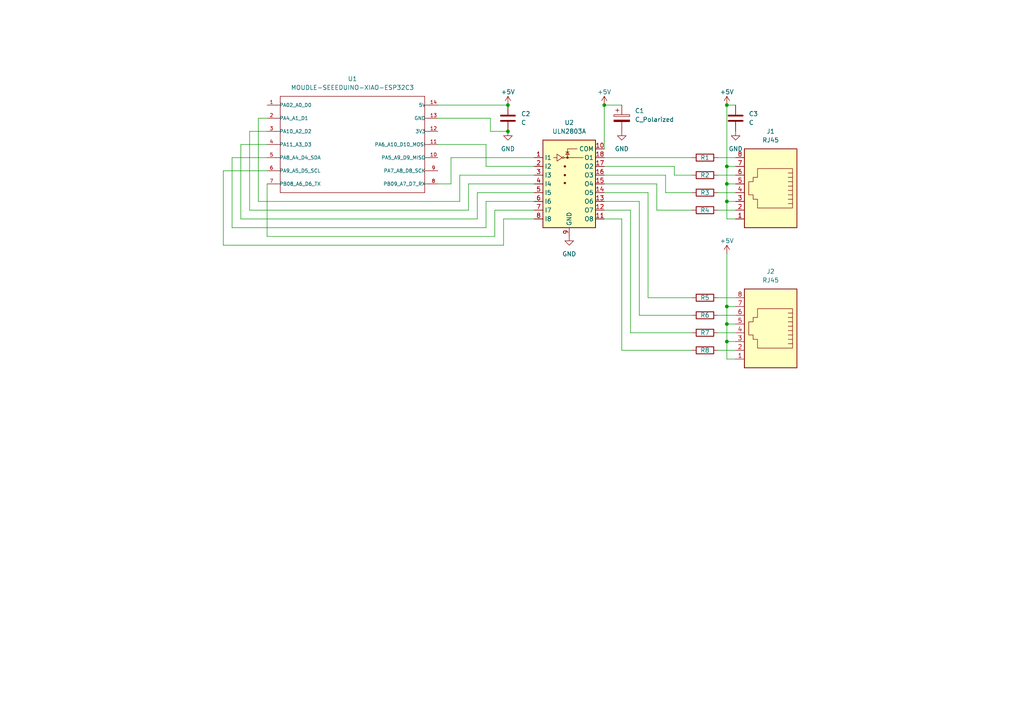
<source format=kicad_sch>
(kicad_sch (version 20230121) (generator eeschema)
  (paper "A4")
  (title_block (title "Vibration glove") (date "2024-02-19") (rev "0.1") (company "NaveenKumar Venkataraj"))
  (lib_symbols
    (symbol "Connector:RJ45" (pin_names (offset 1.016))
      (property "Reference" "J" (at -5.08 13.97 0))
      (property "Value" "RJ45" (at 2.54 13.97 0))
      (symbol "RJ45_0_1"
        (polyline (pts (xy -5.08 4.445) (xy -6.35 4.445)))
        (polyline (pts (xy -5.08 5.715) (xy -6.35 5.715)))
        (polyline (pts (xy -6.35 -3.175) (xy -5.08 -3.175) (xy -5.08 -3.175)))
        (polyline (pts (xy -6.35 -1.905) (xy -5.08 -1.905) (xy -5.08 -1.905)))
        (polyline (pts (xy -6.35 -0.635) (xy -5.08 -0.635) (xy -5.08 -0.635)))
        (polyline (pts (xy -6.35 0.635) (xy -5.08 0.635) (xy -5.08 0.635)))
        (polyline (pts (xy -6.35 1.905) (xy -5.08 1.905) (xy -5.08 1.905)))
        (polyline (pts (xy -5.08 3.175) (xy -6.35 3.175) (xy -6.35 3.175)))
        (polyline (pts (xy -6.35 -4.445) (xy -6.35 6.985) (xy 3.81 6.985) (xy 3.81 4.445) (xy 5.08 4.445) (xy 5.08 3.175) (xy 6.35 3.175) (xy 6.35 -0.635) (xy 5.08 -0.635) (xy 5.08 -1.905) (xy 3.81 -1.905) (xy 3.81 -4.445) (xy -6.35 -4.445) (xy -6.35 -4.445)))
        (rectangle (start 7.62 12.7) (end -7.62 -10.16) (stroke (width 0.254)) (fill (type background)))
      )
      (symbol "RJ45_1_1"
        (pin passive line (at 10.16 -7.62 180) (length 2.54) (name "~") (number "1"))
        (pin passive line (at 10.16 -5.08 180) (length 2.54) (name "~") (number "2"))
        (pin passive line (at 10.16 -2.54 180) (length 2.54) (name "~") (number "3"))
        (pin passive line (at 10.16 0 180) (length 2.54) (name "~") (number "4"))
        (pin passive line (at 10.16 2.54 180) (length 2.54) (name "~") (number "5"))
        (pin passive line (at 10.16 5.08 180) (length 2.54) (name "~") (number "6"))
        (pin passive line (at 10.16 7.62 180) (length 2.54) (name "~") (number "7"))
        (pin passive line (at 10.16 10.16 180) (length 2.54) (name "~") (number "8"))
      )
    )
    (symbol "Device:C" (pin_numbers hide) (pin_names (offset 0.254))
      (property "Reference" "C" (at 0.635 2.54 0))
      (property "Value" "C" (at 0.635 -2.54 0))
      (symbol "C_0_1"
        (polyline (pts (xy -2.032 -0.762) (xy 2.032 -0.762)) (stroke (width 0.508)))
        (polyline (pts (xy -2.032 0.762) (xy 2.032 0.762)) (stroke (width 0.508)))
      )
      (symbol "C_1_1"
        (pin passive line (at 0 3.81 270) (length 2.794) (name "~") (number "1"))
        (pin passive line (at 0 -3.81 90) (length 2.794) (name "~") (number "2"))
      )
    )
    (symbol "Device:C_Polarized" (pin_numbers hide) (pin_names (offset 0.254))
      (property "Reference" "C" (at 0.635 2.54 0))
      (property "Value" "C_Polarized" (at 0.635 -2.54 0))
      (symbol "C_Polarized_0_1"
        (rectangle (start -2.286 0.508) (end 2.286 1.016))
        (polyline (pts (xy -1.778 2.286) (xy -0.762 2.286)))
        (polyline (pts (xy -1.27 2.794) (xy -1.27 1.778)))
        (rectangle (start 2.286 -0.508) (end -2.286 -1.016) (fill (type outline)))
      )
      (symbol "C_Polarized_1_1"
        (pin passive line (at 0 3.81 270) (length 2.794) (name "~") (number "1"))
        (pin passive line (at 0 -3.81 90) (length 2.794) (name "~") (number "2"))
      )
    )
    (symbol "Device:R" (pin_numbers hide) (pin_names (offset 0))
      (property "Reference" "R" (at 2.032 0 90))
      (property "Value" "R" (at 0 0 90))
      (symbol "R_0_1"
        (rectangle (start -1.016 -2.54) (end 1.016 2.54) (stroke (width 0.254)))
      )
      (symbol "R_1_1"
        (pin passive line (at 0 3.81 270) (length 1.27) (name "~") (number "1"))
        (pin passive line (at 0 -3.81 90) (length 1.27) (name "~") (number "2"))
      )
    )
    (symbol "Transistor_Array:ULN2803A"
      (property "Reference" "U" (at 0 13.335 0))
      (property "Value" "ULN2803A" (at 0 11.43 0))
      (symbol "ULN2803A_0_1"
        (rectangle (start -7.62 -15.24) (end 7.62 10.16) (stroke (width 0.254)) (fill (type background)))
        (circle (center -1.778 5.08) (radius 0.254))
        (circle (center -1.27 -2.286) (radius 0.254) (fill (type outline)))
        (circle (center -1.27 0) (radius 0.254) (fill (type outline)))
        (circle (center -1.27 2.54) (radius 0.254) (fill (type outline)))
        (circle (center -0.508 5.08) (radius 0.254) (fill (type outline)))
        (polyline (pts (xy -4.572 5.08) (xy -3.556 5.08)))
        (polyline (pts (xy -1.524 5.08) (xy 4.064 5.08)))
        (polyline (pts (xy 0 6.731) (xy -1.016 6.731)))
        (polyline (pts (xy -0.508 5.08) (xy -0.508 7.62) (xy 2.286 7.62)))
        (polyline (pts (xy -3.556 6.096) (xy -3.556 4.064) (xy -2.032 5.08) (xy -3.556 6.096)))
        (polyline (pts (xy 0 5.969) (xy -1.016 5.969) (xy -0.508 6.731) (xy 0 5.969)))
      )
      (symbol "ULN2803A_1_1"
        (pin input line (at -10.16 5.08 0) (length 2.54) (name "I1") (number "1"))
        (pin passive line (at 10.16 7.62 180) (length 2.54) (name "COM") (number "10"))
        (pin open_collector line (at 10.16 -12.7 180) (length 2.54) (name "O8") (number "11"))
        (pin open_collector line (at 10.16 -10.16 180) (length 2.54) (name "O7") (number "12"))
        (pin open_collector line (at 10.16 -7.62 180) (length 2.54) (name "O6") (number "13"))
        (pin open_collector line (at 10.16 -5.08 180) (length 2.54) (name "O5") (number "14"))
        (pin open_collector line (at 10.16 -2.54 180) (length 2.54) (name "O4") (number "15"))
        (pin open_collector line (at 10.16 0 180) (length 2.54) (name "O3") (number "16"))
        (pin open_collector line (at 10.16 2.54 180) (length 2.54) (name "O2") (number "17"))
        (pin open_collector line (at 10.16 5.08 180) (length 2.54) (name "O1") (number "18"))
        (pin input line (at -10.16 2.54 0) (length 2.54) (name "I2") (number "2"))
        (pin input line (at -10.16 0 0) (length 2.54) (name "I3") (number "3"))
        (pin input line (at -10.16 -2.54 0) (length 2.54) (name "I4") (number "4"))
        (pin input line (at -10.16 -5.08 0) (length 2.54) (name "I5") (number "5"))
        (pin input line (at -10.16 -7.62 0) (length 2.54) (name "I6") (number "6"))
        (pin input line (at -10.16 -10.16 0) (length 2.54) (name "I7") (number "7"))
        (pin input line (at -10.16 -12.7 0) (length 2.54) (name "I8") (number "8"))
        (pin power_in line (at 0 -17.78 90) (length 2.54) (name "GND") (number "9"))
      )
    )
    (symbol "XiAOESP32C3:MOUDLE-SEEEDUINO-XIAO-ESP32C3" (pin_names (offset 1.016))
      (property "Reference" "U" (at -21.59 15.24 0))
      (property "Value" "MOUDLE-SEEEDUINO-XIAO-ESP32C3" (at -21.59 13.97 0))
      (symbol "MOUDLE-SEEEDUINO-XIAO-ESP32C3_0_0"
        (polyline (pts (xy -21.59 -13.97) (xy -21.59 0)) (stroke (width 0.1524)))
        (polyline (pts (xy -21.59 -11.43) (xy -22.86 -11.43)) (stroke (width 0.1524)))
        (polyline (pts (xy -21.59 -7.62) (xy -22.86 -7.62)) (stroke (width 0.1524)))
        (polyline (pts (xy -21.59 -3.81) (xy -22.86 -3.81)) (stroke (width 0.1524)))
        (polyline (pts (xy -21.59 0) (xy -22.86 0)) (stroke (width 0.1524)))
        (polyline (pts (xy -21.59 0) (xy -21.59 3.81)) (stroke (width 0.1524)))
        (polyline (pts (xy -21.59 3.81) (xy -22.86 3.81)) (stroke (width 0.1524)))
        (polyline (pts (xy -21.59 3.81) (xy -21.59 7.62)) (stroke (width 0.1524)))
        (polyline (pts (xy -21.59 7.62) (xy -22.86 7.62)) (stroke (width 0.1524)))
        (polyline (pts (xy -21.59 7.62) (xy -21.59 11.43)) (stroke (width 0.1524)))
        (polyline (pts (xy -21.59 11.43) (xy -22.86 11.43)) (stroke (width 0.1524)))
        (polyline (pts (xy -21.59 11.43) (xy -21.59 13.97)) (stroke (width 0.1524)))
        (polyline (pts (xy -21.59 13.97) (xy 20.32 13.97)) (stroke (width 0.1524)))
        (polyline (pts (xy 20.32 -13.97) (xy -21.59 -13.97)) (stroke (width 0.1524)))
        (polyline (pts (xy 20.32 3.81) (xy 20.32 -13.97)) (stroke (width 0.1524)))
        (polyline (pts (xy 20.32 7.62) (xy 20.32 3.81)) (stroke (width 0.1524)))
        (polyline (pts (xy 20.32 11.43) (xy 20.32 7.62)) (stroke (width 0.1524)))
        (polyline (pts (xy 20.32 13.97) (xy 20.32 11.43)) (stroke (width 0.1524)))
        (polyline (pts (xy 21.59 -11.43) (xy 20.32 -11.43)) (stroke (width 0.1524)))
        (polyline (pts (xy 21.59 -7.62) (xy 20.32 -7.62)) (stroke (width 0.1524)))
        (polyline (pts (xy 21.59 -3.81) (xy 20.32 -3.81)) (stroke (width 0.1524)))
        (polyline (pts (xy 21.59 0) (xy 20.32 0)) (stroke (width 0.1524)))
        (polyline (pts (xy 21.59 3.81) (xy 20.32 3.81)) (stroke (width 0.1524)))
        (polyline (pts (xy 21.59 7.62) (xy 20.32 7.62)) (stroke (width 0.1524)))
        (polyline (pts (xy 21.59 11.43) (xy 20.32 11.43)) (stroke (width 0.1524)))
        (pin bidirectional line (at -25.4 11.43 0) (length 2.54) (name "PA02_A0_D0") (number "1"))
        (pin bidirectional line (at 24.13 -3.81 180) (length 2.54) (name "PA5_A9_D9_MISO") (number "10"))
        (pin bidirectional line (at 24.13 0 180) (length 2.54) (name "PA6_A10_D10_MOSI") (number "11"))
        (pin bidirectional line (at 24.13 3.81 180) (length 2.54) (name "3V3") (number "12"))
        (pin bidirectional line (at 24.13 7.62 180) (length 2.54) (name "GND") (number "13"))
        (pin bidirectional line (at 24.13 11.43 180) (length 2.54) (name "5V") (number "14"))
        (pin bidirectional line (at -25.4 7.62 0) (length 2.54) (name "PA4_A1_D1") (number "2"))
        (pin bidirectional line (at -25.4 3.81 0) (length 2.54) (name "PA10_A2_D2") (number "3"))
        (pin bidirectional line (at -25.4 0 0) (length 2.54) (name "PA11_A3_D3") (number "4"))
        (pin bidirectional line (at -25.4 -3.81 0) (length 2.54) (name "PA8_A4_D4_SDA") (number "5"))
        (pin bidirectional line (at -25.4 -7.62 0) (length 2.54) (name "PA9_A5_D5_SCL") (number "6"))
        (pin bidirectional line (at -25.4 -11.43 0) (length 2.54) (name "PB08_A6_D6_TX") (number "7"))
        (pin bidirectional line (at 24.13 -11.43 180) (length 2.54) (name "PB09_A7_D7_RX") (number "8"))
        (pin bidirectional line (at 24.13 -7.62 180) (length 2.54) (name "PA7_A8_D8_SCK") (number "9"))
      )
    )
    (symbol "power:+5V" (power) (pin_names (offset 0))
      (property "Value" "+5V" (at 0 3.556 0))
      (symbol "+5V_0_1"
        (polyline (pts (xy -0.762 1.27) (xy 0 2.54)))
        (polyline (pts (xy 0 0) (xy 0 2.54)))
        (polyline (pts (xy 0 2.54) (xy 0.762 1.27)))
      )
      (symbol "+5V_1_1"
        (pin power_in line (at 0 0 90) (length 0) hide (name "+5V") (number "1"))
      )
    )
    (symbol "power:GND" (power) (pin_names (offset 0))
      (property "Value" "GND" (at 0 -3.81 0))
      (symbol "GND_0_1"
        (polyline (pts (xy 0 0) (xy 0 -1.27) (xy 1.27 -1.27) (xy 0 -2.54) (xy -1.27 -1.27) (xy 0 -1.27)))
      )
      (symbol "GND_1_1"
        (pin power_in line (at 0 0 270) (length 0) hide (name "GND") (number "1"))
      )
    )
  )
  (junction (at 210.82 48.26))
  (junction (at 210.82 99.06))
  (junction (at 175.26 30.48))
  (junction (at 147.32 38.1))
  (junction (at 210.82 53.34))
  (junction (at 210.82 30.48))
  (junction (at 210.82 58.42))
  (junction (at 210.82 93.98))
  (junction (at 147.32 30.48))
  (junction (at 210.82 88.9))
  (wire (pts (xy 142.24 34.29) (xy 142.24 38.1)))
  (wire (pts (xy 175.26 48.26) (xy 195.58 48.26)))
  (wire (pts (xy 74.93 34.29) (xy 77.47 34.29)))
  (wire (pts (xy 213.36 104.14) (xy 210.82 104.14)))
  (wire (pts (xy 175.26 50.8) (xy 193.04 50.8)))
  (wire (pts (xy 175.26 55.88) (xy 187.96 55.88)))
  (wire (pts (xy 175.26 63.5) (xy 180.34 63.5)))
  (wire (pts (xy 200.66 101.6) (xy 180.34 101.6)))
  (wire (pts (xy 74.93 58.42) (xy 74.93 34.29)))
  (wire (pts (xy 180.34 63.5) (xy 180.34 101.6)))
  (wire (pts (xy 142.24 38.1) (xy 147.32 38.1)))
  (wire (pts (xy 210.82 88.9) (xy 213.36 88.9)))
  (wire (pts (xy 127 41.91) (xy 140.97 41.91)))
  (wire (pts (xy 74.93 58.42) (xy 133.35 58.42)))
  (wire (pts (xy 143.51 68.58) (xy 77.47 68.58)))
  (wire (pts (xy 210.82 99.06) (xy 210.82 104.14)))
  (wire (pts (xy 72.39 60.96) (xy 72.39 38.1)))
  (wire (pts (xy 127 30.48) (xy 147.32 30.48)))
  (wire (pts (xy 210.82 93.98) (xy 213.36 93.98)))
  (wire (pts (xy 193.04 50.8) (xy 193.04 55.88)))
  (wire (pts (xy 67.31 66.04) (xy 140.97 66.04)))
  (wire (pts (xy 210.82 88.9) (xy 210.82 93.98)))
  (wire (pts (xy 135.89 53.34) (xy 154.94 53.34)))
  (wire (pts (xy 64.77 49.53) (xy 64.77 71.12)))
  (wire (pts (xy 208.28 101.6) (xy 213.36 101.6)))
  (wire (pts (xy 175.26 58.42) (xy 185.42 58.42)))
  (wire (pts (xy 143.51 60.96) (xy 143.51 68.58)))
  (wire (pts (xy 210.82 48.26) (xy 213.36 48.26)))
  (wire (pts (xy 210.82 58.42) (xy 210.82 63.5)))
  (wire (pts (xy 133.35 58.42) (xy 133.35 50.8)))
  (wire (pts (xy 175.26 60.96) (xy 182.88 60.96)))
  (wire (pts (xy 190.5 53.34) (xy 190.5 60.96)))
  (wire (pts (xy 140.97 48.26) (xy 154.94 48.26)))
  (wire (pts (xy 140.97 66.04) (xy 140.97 58.42)))
  (wire (pts (xy 190.5 60.96) (xy 200.66 60.96)))
  (wire (pts (xy 200.66 91.44) (xy 185.42 91.44)))
  (wire (pts (xy 182.88 60.96) (xy 182.88 96.52)))
  (wire (pts (xy 185.42 58.42) (xy 185.42 91.44)))
  (wire (pts (xy 138.43 55.88) (xy 154.94 55.88)))
  (wire (pts (xy 187.96 55.88) (xy 187.96 86.36)))
  (wire (pts (xy 64.77 71.12) (xy 146.05 71.12)))
  (wire (pts (xy 143.51 60.96) (xy 154.94 60.96)))
  (wire (pts (xy 195.58 48.26) (xy 195.58 50.8)))
  (wire (pts (xy 130.81 45.72) (xy 130.81 53.34)))
  (wire (pts (xy 213.36 63.5) (xy 210.82 63.5)))
  (wire (pts (xy 77.47 53.34) (xy 77.47 68.58)))
  (wire (pts (xy 77.47 49.53) (xy 64.77 49.53)))
  (wire (pts (xy 72.39 60.96) (xy 135.89 60.96)))
  (wire (pts (xy 210.82 30.48) (xy 210.82 48.26)))
  (wire (pts (xy 175.26 45.72) (xy 200.66 45.72)))
  (wire (pts (xy 69.85 41.91) (xy 77.47 41.91)))
  (wire (pts (xy 210.82 53.34) (xy 213.36 53.34)))
  (wire (pts (xy 210.82 99.06) (xy 213.36 99.06)))
  (wire (pts (xy 175.26 30.48) (xy 180.34 30.48)))
  (wire (pts (xy 208.28 50.8) (xy 213.36 50.8)))
  (wire (pts (xy 67.31 66.04) (xy 67.31 45.72)))
  (wire (pts (xy 146.05 63.5) (xy 154.94 63.5)))
  (wire (pts (xy 69.85 63.5) (xy 138.43 63.5)))
  (wire (pts (xy 200.66 96.52) (xy 182.88 96.52)))
  (wire (pts (xy 208.28 91.44) (xy 213.36 91.44)))
  (wire (pts (xy 154.94 45.72) (xy 130.81 45.72)))
  (wire (pts (xy 135.89 60.96) (xy 135.89 53.34)))
  (wire (pts (xy 69.85 63.5) (xy 69.85 41.91)))
  (wire (pts (xy 140.97 41.91) (xy 140.97 48.26)))
  (wire (pts (xy 175.26 30.48) (xy 175.26 43.18)))
  (wire (pts (xy 138.43 63.5) (xy 138.43 55.88)))
  (wire (pts (xy 213.36 30.48) (xy 210.82 30.48)))
  (wire (pts (xy 146.05 71.12) (xy 146.05 63.5)))
  (wire (pts (xy 127 34.29) (xy 142.24 34.29)))
  (wire (pts (xy 133.35 50.8) (xy 154.94 50.8)))
  (wire (pts (xy 193.04 55.88) (xy 200.66 55.88)))
  (wire (pts (xy 195.58 50.8) (xy 200.66 50.8)))
  (wire (pts (xy 210.82 58.42) (xy 213.36 58.42)))
  (wire (pts (xy 208.28 86.36) (xy 213.36 86.36)))
  (wire (pts (xy 210.82 53.34) (xy 210.82 58.42)))
  (wire (pts (xy 187.96 86.36) (xy 200.66 86.36)))
  (wire (pts (xy 175.26 53.34) (xy 190.5 53.34)))
  (wire (pts (xy 72.39 38.1) (xy 77.47 38.1)))
  (wire (pts (xy 140.97 58.42) (xy 154.94 58.42)))
  (wire (pts (xy 208.28 55.88) (xy 213.36 55.88)))
  (wire (pts (xy 210.82 93.98) (xy 210.82 99.06)))
  (wire (pts (xy 208.28 60.96) (xy 213.36 60.96)))
  (wire (pts (xy 208.28 45.72) (xy 213.36 45.72)))
  (wire (pts (xy 67.31 45.72) (xy 77.47 45.72)))
  (wire (pts (xy 210.82 73.66) (xy 210.82 88.9)))
  (wire (pts (xy 127 53.34) (xy 130.81 53.34)))
  (wire (pts (xy 208.28 96.52) (xy 213.36 96.52)))
  (wire (pts (xy 210.82 48.26) (xy 210.82 53.34)))
  (symbol (lib_id "power:+5V") (at 210.82 30.48 0) (unit 1)
    (property "Reference" "#PWR01" (effects hide))
    (property "Value" "+5V" (at 210.82 26.67 0))
  )
  (symbol (lib_id "Device:R") (at 204.47 50.8 270) (unit 1)
    (property "Reference" "R2" (at 204.47 50.8 90))
    (property "Value" "R" (effects hide))
    (property "Footprint" "Resistor_THT:R_Axial_DIN0204_L3.6mm_D1.6mm_P7.62mm_Horizontal" (effects hide))
  )
  (symbol (lib_id "Device:R") (at 204.47 91.44 270) (unit 1)
    (property "Reference" "R6" (at 204.47 91.44 90))
    (property "Value" "R" (effects hide))
    (property "Footprint" "Resistor_THT:R_Axial_DIN0204_L3.6mm_D1.6mm_P7.62mm_Horizontal" (effects hide))
  )
  (symbol (lib_id "XiAOESP32C3:MOUDLE-SEEEDUINO-XIAO-ESP32C3") (at 102.87 41.91 0) (unit 1)
    (property "Reference" "U1" (at 102.235 22.86 0))
    (property "Value" "MOUDLE-SEEEDUINO-XIAO-ESP32C3" (at 102.235 25.4 0))
    (property "Footprint" "xiao:MOUDLE14P-SMD-2.54-21X17.8MM" (effects hide))
  )
  (symbol (lib_id "power:+5V") (at 175.26 30.48 0) (unit 1)
    (property "Reference" "#PWR04" (effects hide))
    (property "Value" "+5V" (at 175.26 26.67 0))
  )
  (symbol (lib_id "power:+5V") (at 147.32 30.48 0) (unit 1)
    (property "Reference" "#PWR06" (effects hide))
    (property "Value" "+5V" (at 147.32 26.67 0))
  )
  (symbol (lib_id "Device:R") (at 204.47 60.96 270) (unit 1)
    (property "Reference" "R4" (at 204.47 60.96 90))
    (property "Value" "R" (effects hide))
    (property "Footprint" "Resistor_THT:R_Axial_DIN0204_L3.6mm_D1.6mm_P7.62mm_Horizontal" (effects hide))
  )
  (symbol (lib_id "Device:R") (at 204.47 45.72 270) (unit 1)
    (property "Reference" "R1" (at 204.47 45.72 90))
    (property "Value" "R" (effects hide))
    (property "Footprint" "Resistor_THT:R_Axial_DIN0204_L3.6mm_D1.6mm_P7.62mm_Horizontal" (effects hide))
  )
  (symbol (lib_id "Connector:RJ45") (at 223.52 55.88 0) (mirror y) (unit 1)
    (property "Reference" "J1" (at 223.52 38.1 0))
    (property "Value" "RJ45" (at 223.52 40.64 0))
    (property "Footprint" "nvnlibs:TE_RJ45-8N3-B" (effects hide))
  )
  (symbol (lib_id "Connector:RJ45") (at 223.52 96.52 0) (mirror y) (unit 1)
    (property "Reference" "J2" (at 223.52 78.74 0))
    (property "Value" "RJ45" (at 223.52 81.28 0))
    (property "Footprint" "nvnlibs:TE_RJ45-8N3-B" (effects hide))
  )
  (symbol (lib_id "Device:R") (at 204.47 86.36 270) (unit 1)
    (property "Reference" "R5" (at 204.47 86.36 90))
    (property "Value" "R" (effects hide))
    (property "Footprint" "Resistor_THT:R_Axial_DIN0204_L3.6mm_D1.6mm_P7.62mm_Horizontal" (effects hide))
  )
  (symbol (lib_id "power:GND") (at 165.1 68.58 0) (unit 1)
    (property "Reference" "#PWR03" (effects hide))
    (property "Value" "GND" (at 165.1 73.66 0))
  )
  (symbol (lib_id "Device:R") (at 204.47 55.88 270) (unit 1)
    (property "Reference" "R3" (at 204.47 55.88 90))
    (property "Value" "R" (effects hide))
    (property "Footprint" "Resistor_THT:R_Axial_DIN0204_L3.6mm_D1.6mm_P7.62mm_Horizontal" (effects hide))
  )
  (symbol (lib_id "Device:C") (at 147.32 34.29 0) (unit 1)
    (property "Reference" "C2" (at 151.13 33.02 0) (effects (justify left)))
    (property "Value" "C" (at 151.13 35.56 0) (effects (justify left)))
    (property "Footprint" "Capacitor_THT:C_Disc_D3.0mm_W1.6mm_P2.50mm" (effects hide))
  )
  (symbol (lib_id "Transistor_Array:ULN2803A") (at 165.1 50.8 0) (unit 1)
    (property "Reference" "U2" (at 165.1 35.56 0))
    (property "Value" "ULN2803A" (at 165.1 38.1 0))
    (property "Footprint" "nvnlibs:DIP-18_STM" (effects hide))
    (property "Datasheet" "http://www.ti.com/lit/ds/symlink/uln2803a.pdf" (effects hide))
  )
  (symbol (lib_id "Device:R") (at 204.47 101.6 270) (unit 1)
    (property "Reference" "R8" (at 204.47 101.6 90))
    (property "Value" "R" (effects hide))
    (property "Footprint" "Resistor_THT:R_Axial_DIN0204_L3.6mm_D1.6mm_P7.62mm_Horizontal" (effects hide))
  )
  (symbol (lib_id "power:GND") (at 180.34 38.1 0) (unit 1)
    (property "Reference" "#PWR05" (effects hide))
    (property "Value" "GND" (at 180.34 43.18 0))
  )
  (symbol (lib_id "Device:C") (at 213.36 34.29 0) (unit 1)
    (property "Reference" "C3" (at 217.17 33.02 0) (effects (justify left)))
    (property "Value" "C" (at 217.17 35.56 0) (effects (justify left)))
    (property "Footprint" "Capacitor_THT:C_Disc_D3.0mm_W1.6mm_P2.50mm" (effects hide))
  )
  (symbol (lib_id "power:GND") (at 147.32 38.1 0) (unit 1)
    (property "Reference" "#PWR07" (effects hide))
    (property "Value" "GND" (at 147.32 43.18 0))
  )
  (symbol (lib_id "power:+5V") (at 210.82 73.66 0) (unit 1)
    (property "Reference" "#PWR02" (effects hide))
    (property "Value" "+5V" (at 210.82 69.85 0))
  )
  (symbol (lib_id "Device:C_Polarized") (at 180.34 34.29 0) (unit 1)
    (property "Reference" "C1" (at 184.15 32.131 0) (effects (justify left)))
    (property "Value" "C_Polarized" (at 184.15 34.671 0) (effects (justify left)))
    (property "Footprint" "Capacitor_THT:CP_Radial_D5.0mm_P2.50mm" (effects hide))
  )
  (symbol (lib_id "power:GND") (at 213.36 38.1 0) (unit 1)
    (property "Reference" "#PWR08" (effects hide))
    (property "Value" "GND" (at 213.36 43.18 0))
  )
  (symbol (lib_id "Device:R") (at 204.47 96.52 270) (unit 1)
    (property "Reference" "R7" (at 204.47 96.52 90))
    (property "Value" "R" (effects hide))
    (property "Footprint" "Resistor_THT:R_Axial_DIN0204_L3.6mm_D1.6mm_P7.62mm_Horizontal" (effects hide))
  )
)
</source>
